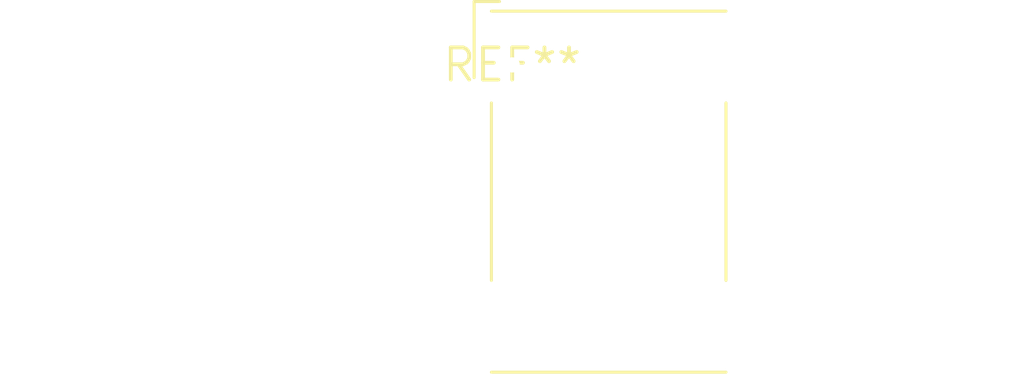
<source format=kicad_pcb>
(kicad_pcb (version 20240108) (generator pcbnew)
  (layers (0 "F.Cu" signal) (31 "B.Cu" signal) (34 "B.Paste" user) (35 "F.Paste" user) (36 "B.SilkS" user "B.Silkscreen") (37 "F.SilkS" user "F.Silkscreen") (38 "B.Mask" user) (39 "F.Mask" user) (44 "Edge.Cuts" user))
  (net 0 "")
  (footprint "Choke_Schaffner_RN204-04-9.0x14.0mm" (layer "F.Cu") (at 0 0)
    (property "Reference" "REF**")
    (property "Value" "Choke_Schaffner_RN204-04-9.0x14.0mm")
    (fp_line (start -1.5 -2.5) (end -1.5 0.5) (layer "F.SilkS") (stroke (width 0.12)))
    (fp_line (start -1.5 -2.5) (end -0.5 -2.5) (layer "F.SilkS") (stroke (width 0.12)))
    (fp_line (start -0.82 -2.12) (end 8.42 -2.12) (layer "F.SilkS") (stroke (width 0.12)))
    (fp_line (start -0.82 1.5) (end -0.82 8.5) (layer "F.SilkS") (stroke (width 0.12)))
    (fp_line (start 8.42 1.5) (end 8.42 8.5) (layer "F.SilkS") (stroke (width 0.12)))
    (fp_line (start 8.42 12.12) (end -0.82 12.12) (layer "F.SilkS") (stroke (width 0.12)))
    (pad "1" thru_hole rect (at 0 0) (size 2 2) (drill 0.6) (layers *.Cu *.Mask) (remove_unused_layers))
    (pad "2" thru_hole circle (at 7.6 0) (size 2 2) (drill 0.6) (layers *.Cu *.Mask) (remove_unused_layers))
    (pad "3" thru_hole circle (at 0 10) (size 2 2) (drill 0.6) (layers *.Cu *.Mask) (remove_unused_layers))
    (pad "4" thru_hole circle (at 7.6 10) (size 2 2) (drill 0.6) (layers *.Cu *.Mask) (remove_unused_layers))
  )
)
</source>
